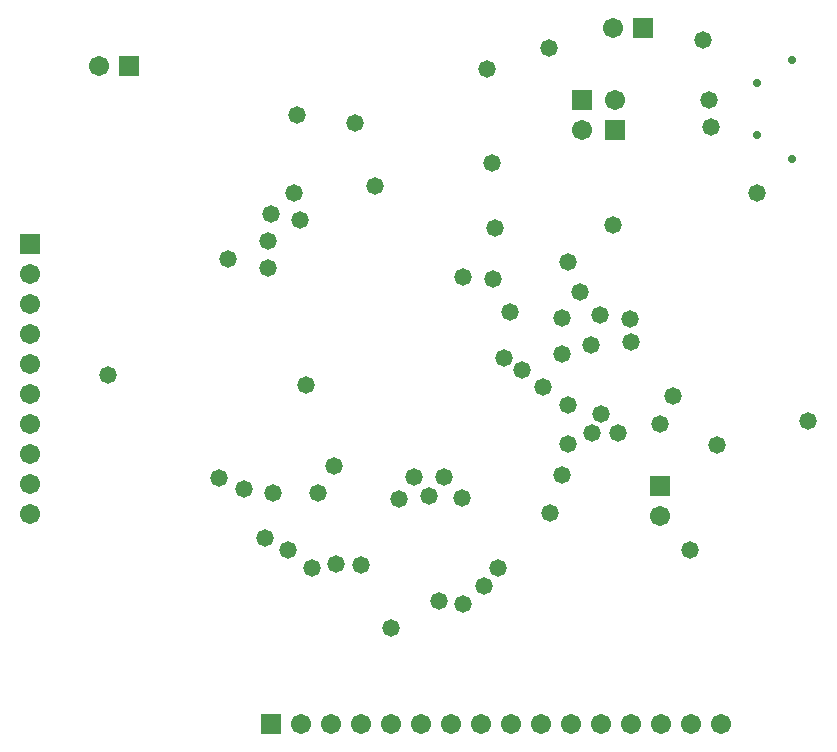
<source format=gbs>
G04*
G04 #@! TF.GenerationSoftware,Altium Limited,Altium Designer,20.1.14 (287)*
G04*
G04 Layer_Color=16711935*
%FSLAX44Y44*%
%MOMM*%
G71*
G04*
G04 #@! TF.SameCoordinates,DEFACEA9-F4D7-4AEA-A9FD-1AB281C9BDDB*
G04*
G04*
G04 #@! TF.FilePolarity,Negative*
G04*
G01*
G75*
%ADD45R,1.7032X1.7032*%
%ADD46C,1.7032*%
%ADD47R,1.7032X1.7032*%
%ADD48C,0.7032*%
%ADD49C,1.4732*%
D45*
X1094740Y1348740D02*
D03*
X1530350Y1380490D02*
D03*
X1215390Y791210D02*
D03*
D46*
X1069340Y1348740D02*
D03*
X1010920Y969010D02*
D03*
Y994410D02*
D03*
Y1019810D02*
D03*
Y1045210D02*
D03*
Y1070610D02*
D03*
Y1096010D02*
D03*
Y1121410D02*
D03*
Y1146810D02*
D03*
Y1172210D02*
D03*
X1504950Y1380490D02*
D03*
X1240790Y791210D02*
D03*
X1266190D02*
D03*
X1291590D02*
D03*
X1316990D02*
D03*
X1342390D02*
D03*
X1367790D02*
D03*
X1393190D02*
D03*
X1418590D02*
D03*
X1443990D02*
D03*
X1469390D02*
D03*
X1494790D02*
D03*
X1520190D02*
D03*
X1545590D02*
D03*
X1570990D02*
D03*
X1596390D02*
D03*
X1506220Y1319530D02*
D03*
X1544320Y967740D02*
D03*
X1478280Y1294130D02*
D03*
D47*
X1010920Y1197610D02*
D03*
X1506220Y1294130D02*
D03*
X1544320Y993140D02*
D03*
X1478280Y1319530D02*
D03*
D48*
X1656160Y1353510D02*
D03*
Y1270010D02*
D03*
X1626160Y1334010D02*
D03*
Y1289510D02*
D03*
D49*
X1316990Y872490D02*
D03*
X1268730Y1009650D02*
D03*
X1244600Y1078230D02*
D03*
X1076960Y1087120D02*
D03*
X1323340Y981710D02*
D03*
X1493520Y1137920D02*
D03*
X1450340Y1363980D02*
D03*
X1403350Y1168400D02*
D03*
X1377950Y1169670D02*
D03*
X1234440Y1240790D02*
D03*
X1215390Y1223010D02*
D03*
X1212850Y1200150D02*
D03*
Y1177290D02*
D03*
X1178560Y1184910D02*
D03*
X1518920Y1134110D02*
D03*
X1555750Y1069340D02*
D03*
X1485900Y1112520D02*
D03*
X1461770Y1135380D02*
D03*
X1544320Y1045210D02*
D03*
X1466850Y1061720D02*
D03*
X1520190Y1115060D02*
D03*
X1461770Y1104900D02*
D03*
X1445260Y1076960D02*
D03*
X1427628Y1091078D02*
D03*
X1412379Y1101229D02*
D03*
X1494790Y1054100D02*
D03*
X1357630Y895350D02*
D03*
X1377950Y892810D02*
D03*
X1395730Y908050D02*
D03*
X1407160Y923290D02*
D03*
X1336040Y1000760D02*
D03*
X1376680Y982980D02*
D03*
X1361440Y1000760D02*
D03*
X1348740Y984250D02*
D03*
X1508760Y1037590D02*
D03*
X1592580Y1027430D02*
D03*
X1581150Y1370330D02*
D03*
X1402080Y1266190D02*
D03*
X1286510Y1300480D02*
D03*
X1210310Y948690D02*
D03*
X1626870Y1240790D02*
D03*
X1569720Y938530D02*
D03*
X1417320Y1140460D02*
D03*
X1504950Y1214120D02*
D03*
X1236980Y1306830D02*
D03*
X1239520Y1217930D02*
D03*
X1451610Y970280D02*
D03*
X1461770Y1002030D02*
D03*
X1466850Y1028700D02*
D03*
X1487170Y1037590D02*
D03*
X1291590Y925830D02*
D03*
X1270000Y927100D02*
D03*
X1249680Y923290D02*
D03*
X1229360Y938530D02*
D03*
X1254760Y986790D02*
D03*
X1216660D02*
D03*
X1192530Y990600D02*
D03*
X1170940Y999490D02*
D03*
X1303020Y1247140D02*
D03*
X1398270Y1346200D02*
D03*
X1477010Y1156970D02*
D03*
X1670050Y1047750D02*
D03*
X1587500Y1296670D02*
D03*
X1586230Y1319530D02*
D03*
X1404620Y1211580D02*
D03*
X1466850Y1182370D02*
D03*
M02*

</source>
